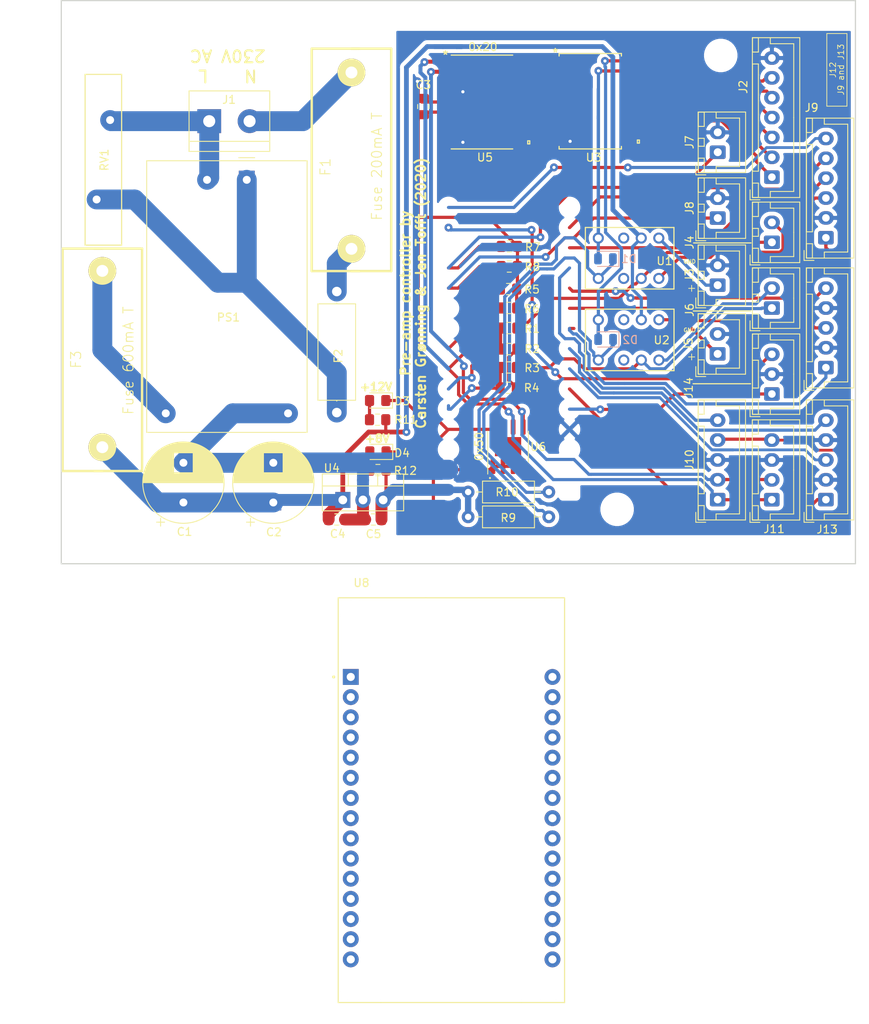
<source format=kicad_pcb>
(kicad_pcb (version 20211014) (generator pcbnew)
  (layers (0 "F.Cu" signal) (31 "B.Cu" signal) (34 "B.Paste" user) (35 "F.Paste" user) (36 "B.SilkS" user "B.Silkscreen") (37 "F.SilkS" user "F.Silkscreen") (38 "B.Mask" user) (39 "F.Mask" user) (44 "Edge.Cuts" user))
  (net 0 "")
  (net 1 "Net-(F1-Pad1)")
  (net 2 "Net-(F1-Pad2)")
  (net 3 "Net-(F3-Pad2)")
  (net 4 "GND")
  (net 6 "I2C:SCL")
  (net 7 "Net-(J5-Pad1)")
  (net 9 "Net-(J1-Pad1)")
  (net 10 "Net-(J2-Pad2)")
  (net 11 "Net-(J4-Pad2)")
  (net 12 "Net-(J4-Pad1)")
  (net 13 "Net-(J6-Pad2)")
  (net 14 "Net-(J6-Pad1)")
  (net 17 "L_MEASURE_ON_OFF")
  (net 18 "R_MEASURE_ON_OFF")
  (net 19 "+12V")
  (net 20 "+3V3")
  (net 21 "Net-(J2-Pad1)")
  (net 22 "Net-(J3-Pad1)")
  (net 23 "Net-(J13-Pad1)")
  (net 24 "Net-(J14-Pad1)")
  (net 25 "Net-(U3-Pad7)")
  (net 26 "Net-(U3-Pad2)")
  (net 27 "+8V")
  (net 28 "Net-(J2-Pad6)")
  (net 29 "Net-(J2-Pad5)")
  (net 30 "Net-(J2-Pad4)")
  (net 31 "Net-(J2-Pad3)")
  (net 32 "NTC_L")
  (net 33 "NTC_R")
  (net 34 "Net-(J9-Pad6)")
  (net 35 "Net-(J9-Pad4)")
  (net 36 "Net-(J9-Pad3)")
  (net 37 "Net-(J13-Pad5)")
  (net 38 "Net-(J13-Pad3)")
  (net 39 "Net-(U3-Pad8)")
  (net 40 "Net-(U3-Pad6)")
  (net 41 "Net-(U3-Pad5)")
  (net 42 "Net-(U3-Pad4)")
  (net 43 "Net-(U3-Pad3)")
  (net 44 "Net-(U3-Pad1)")
  (net 48 "Net-(D1-Pad2)")
  (net 49 "Net-(D1-Pad1)")
  (net 50 "Net-(D2-Pad2)")
  (net 51 "Net-(D2-Pad1)")
  (net 52 "Net-(D3-Pad2)")
  (net 53 "Net-(D4-Pad2)")
  (net 62 "Net-(U8-Pad22)")
  (net 63 "Net-(U8-Pad25)")
  (net 64 "Net-(U8-Pad24)")
  (net 65 "Net-(U8-Pad23)")
  (net 66 "I2C:SDA")
  (footprint "Capacitor_SMD:C_0805_2012Metric_Pad1.15x1.40mm_HandSolder" (layer "F.Cu") (at 138.675 82.85 90)
    (fp_text reference "C3")
    (fp_text value "0.1uF")
  )
  (footprint "B1 Mezmerize Controller:BLX-A" (layer "F.Cu") (at 129.63 89.56 -90)
    (fp_text reference "F1")
    (fp_text value "Fuse 200mA T")
  )
  (footprint "Resistor_THT:R_Axial_DIN0414_L11.9mm_D4.5mm_P15.24mm_Horizontal" (layer "F.Cu") (at 127.78 121.38 90)
    (fp_text reference "F2")
    (fp_text value "Thermal fuse 73dgr")
  )
  (footprint "Resistor_SMD:R_0805_2012Metric_Pad1.15x1.40mm_HandSolder" (layer "F.Cu") (at 149.41 105.83)
    (fp_text reference "R5")
    (fp_text value "4K7")
  )
  (footprint "Resistor_SMD:R_0805_2012Metric_Pad1.15x1.40mm_HandSolder" (layer "F.Cu") (at 149.41 108.21)
    (fp_text reference "R6")
    (fp_text value "4K7")
  )
  (footprint "Capacitor_SMD:C_0805_2012Metric_Pad1.15x1.40mm_HandSolder" (layer "F.Cu") (at 127.785 134.84)
    (fp_text reference "C4")
    (fp_text value "0.33uF")
  )
  (footprint "Capacitor_SMD:C_0805_2012Metric_Pad1.15x1.40mm_HandSolder" (layer "F.Cu") (at 132.385 134.84 180)
    (fp_text reference "C5")
    (fp_text value "0.1uF")
  )
  (footprint "Resistor_SMD:R_0805_2012Metric_Pad1.15x1.40mm_HandSolder" (layer "F.Cu") (at 149.51 100.46 180)
    (fp_text reference "R7")
    (fp_text value "10K")
  )
  (footprint "Resistor_SMD:R_0805_2012Metric_Pad1.15x1.40mm_HandSolder" (layer "F.Cu") (at 149.5 102.99)
    (fp_text reference "R8")
    (fp_text value "10K")
  )
  (footprint "Resistor_SMD:R_0805_2012Metric_Pad1.15x1.40mm_HandSolder" (layer "F.Cu") (at 149.38 115.7 180)
    (fp_text reference "R3")
    (fp_text value "10K")
  )
  (footprint "Resistor_SMD:R_0805_2012Metric_Pad1.15x1.40mm_HandSolder" (layer "F.Cu") (at 149.37 118.27)
    (fp_text reference "R4")
    (fp_text value "5K")
  )
  (footprint "ULN2803:ULN2803ADWR" (layer "F.Cu") (at 159.7 82.18)
    (fp_text reference "U3")
    (fp_text value "ULN2803ADWR")
  )
  (footprint "Package_TO_SOT_THT:TO-220-3_Vertical" (layer "F.Cu") (at 128.54 132.38)
    (fp_text reference "U4")
    (fp_text value "L7808CV")
  )
  (footprint "Package_SO:SOIC-8-1EP_3.9x4.9mm_P1.27mm_EP2.41x3.3mm" (layer "F.Cu") (at 149.35 125.67 90)
    (fp_text reference "U6")
    (fp_text value "24C02C_SN")
  )
  (footprint "Resistor_SMD:R_0805_2012Metric_Pad1.15x1.40mm_HandSolder" (layer "F.Cu") (at 149.43 110.74 180)
    (fp_text reference "R1")
    (fp_text value "10K")
  )
  (footprint "Resistor_SMD:R_0805_2012Metric_Pad1.15x1.40mm_HandSolder" (layer "F.Cu") (at 149.43 113.38)
    (fp_text reference "R2")
    (fp_text value "5K")
  )
  (footprint "AGQ20T03_footprint:AGQ20012" (layer "F.Cu") (at 168.61 99.41 90)
    (fp_text reference "U1")
    (fp_text value "AGQ20T03")
  )
  (footprint "AGQ20T03_footprint:AGQ20012" (layer "F.Cu") (at 168.62 109.69 90)
    (fp_text reference "U2")
    (fp_text value "AGQ20T03")
  )
  (footprint "Resistor_THT:R_Axial_DIN0207_L6.3mm_D2.5mm_P10.16mm_Horizontal" (layer "F.Cu") (at 144.32 134.51)
    (fp_text reference "R9")
    (fp_text value "R")
  )
  (footprint "Resistor_THT:R_Axial_DIN0207_L6.3mm_D2.5mm_P10.16mm_Horizontal" (layer "F.Cu") (at 144.32 131.38)
    (fp_text reference "R10")
    (fp_text value "R")
  )
  (footprint "MCP23008:MCP23008-E&slash_SO" (layer "F.Cu") (at 146.06 82.28)
    (fp_text reference "U5")
    (fp_text value "MCP23008-E_SO")
  )
  (footprint "MountingHole:MountingHole_3.2mm_M3_ISO7380" (layer "F.Cu") (at 163.08 133.56)
    (fp_text reference "REF**")
    (fp_text value "MountingHole_3.2mm_M3_ISO7380")
  )
  (footprint "MountingHole:MountingHole_3.2mm_M3_ISO7380" (layer "F.Cu") (at 176.13 76.42)
    (fp_text reference "REF**")
    (fp_text value "MountingHole_3.2mm_M3_ISO7380")
  )
  (footprint "Capacitor_THT:CP_Radial_D10.0mm_P5.00mm" (layer "F.Cu") (at 119.79 132.7 90)
    (fp_text reference "C2")
    (fp_text value "470uF")
  )
  (footprint "Varistor:RV_Disc_D21.5mm_W4.6mm_P10mm" (layer "F.Cu") (at 97.54 94.55 90)
    (fp_text reference "RV1")
    (fp_text value "Varistor")
  )
  (footprint "TerminalBlock:TerminalBlock_bornier-2_P5.08mm" (layer "F.Cu") (at 111.72 84.69)
    (fp_text reference "J1")
    (fp_text value "230 Vac")
  )
  (footprint "Capacitor_THT:CP_Radial_D10.0mm_P5.00mm" (layer "F.Cu") (at 108.47 132.7 90)
    (fp_text reference "C1")
    (fp_text value "470uF")
  )
  (footprint "Converter_ACDC:Converter_ACDC_HiLink_HLK-PMxx" (layer "F.Cu") (at 116.445 92.075 -90)
    (fp_text reference "PS1")
    (fp_text value "HLK-PM12")
  )
  (footprint "MountingHole:MountingHole_3.2mm_M3_ISO7380" (layer "F.Cu") (at 98.38 76.2)
    (fp_text reference "REF**")
    (fp_text value "MountingHole_3.2mm_M3_ISO7380")
  )
  (footprint "MountingHole:MountingHole_3.2mm_M3_ISO7380" (layer "F.Cu") (at 98.38 133.35)
    (fp_text reference "REF**")
    (fp_text value "MountingHole_3.2mm_M3_ISO7380")
  )
  (footprint "Connector_JST:JST_XH_B7B-XH-A_1x07_P2.50mm_Vertical" (layer "F.Cu") (at 182.57 91.74 90)
    (fp_text reference "J2")
    (fp_text value "B1 Relays")
  )
  (footprint "Connector_JST:JST_XH_B2B-XH-A_1x02_P2.50mm_Vertical" (layer "F.Cu") (at 175.74 105.34 90)
    (fp_text reference "J3")
    (fp_text value "PWR AMP L 12V TRIGGER")
  )
  (footprint "Connector_JST:JST_XH_B2B-XH-A_1x02_P2.50mm_Vertical" (layer "F.Cu") (at 182.57 99.94 90)
    (fp_text reference "J4")
    (fp_text value "PWR AMP L SWITCH")
  )
  (footprint "Connector_JST:JST_XH_B2B-XH-A_1x02_P2.50mm_Vertical" (layer "F.Cu") (at 175.74 113.99 90)
    (fp_text reference "J5")
    (fp_text value "PWR AMP R 12V TRIGGER")
  )
  (footprint "Connector_JST:JST_XH_B2B-XH-A_1x02_P2.50mm_Vertical" (layer "F.Cu") (at 182.57 108.22 90)
    (fp_text reference "J6")
    (fp_text value "PWR AMP R SWITCH")
  )
  (footprint "Connector_JST:JST_XH_B2B-XH-A_1x02_P2.50mm_Vertical" (layer "F.Cu") (at 175.75 88.6 90)
    (fp_text reference "J7")
    (fp_text value "PWR AMP TEMP NTC L")
  )
  (footprint "Connector_JST:JST_XH_B2B-XH-A_1x02_P2.50mm_Vertical" (layer "F.Cu") (at 175.75 96.89 90)
    (fp_text reference "J8")
    (fp_text value "PWR AMP TEMP NTC R")
  )
  (footprint "Connector_JST:JST_XH_B6B-XH-A_1x06_P2.50mm_Vertical" (layer "F.Cu") (at 189.37 99.37 90)
    (fp_text reference "J9")
    (fp_text value "MUSES 72320 (SPI)")
  )
  (footprint "Connector_JST:JST_XH_B5B-XH-A_1x05_P2.50mm_Vertical" (layer "F.Cu") (at 175.74 132.34 90)
    (fp_text reference "J10")
    (fp_text value "I2C DISPLAY (OLED/LCD)")
  )
  (footprint "Connector_JST:JST_XH_B4B-XH-A_1x04_P2.50mm_Vertical" (layer "F.Cu") (at 182.56 132.35 90)
    (fp_text reference "J11")
    (fp_text value "I2C (FUTURE USE)")
  )
  (footprint "Connector_JST:JST_XH_B5B-XH-A_1x05_P2.50mm_Vertical" (layer "F.Cu") (at 189.37 115.72 90)
    (fp_text reference "J12")
    (fp_text value "ROTARY ENC & SWITCH (FUTURE USE)")
  )
  (footprint "Connector_JST:JST_XH_B5B-XH-A_1x05_P2.50mm_Vertical" (layer "F.Cu") (at 189.37 132.34 90)
    (fp_text reference "J13")
    (fp_text value "ROTARY ENC & SWITCH")
  )
  (footprint "Connector_JST:JST_XH_B3B-XH-A_1x03_P2.50mm_Vertical" (layer "F.Cu") (at 182.57 119.04 90)
    (fp_text reference "J14")
    (fp_text value "IR RECV")
  )
  (footprint "B1 Mezmerize Controller:BLX-A" (layer "F.Cu") (at 98.26 114.74 90)
    (fp_text reference "F3")
    (fp_text value "Fuse 600mA T")
  )
  (footprint "LED_SMD:LED_0805_2012Metric_Pad1.15x1.40mm_HandSolder" (layer "F.Cu") (at 132.93 119.86 180)
    (fp_text reference "D3")
    (fp_text value "LED")
  )
  (footprint "LED_SMD:LED_0805_2012Metric_Pad1.15x1.40mm_HandSolder" (layer "F.Cu") (at 132.965 126.33 180)
    (fp_text reference "D4")
    (fp_text value "LED")
  )
  (footprint "Resistor_SMD:R_0805_2012Metric_Pad1.15x1.40mm_HandSolder" (layer "F.Cu") (at 132.925 122.28)
    (fp_text reference "R11")
    (fp_text value "4K7")
  )
  (footprint "Resistor_SMD:R_0805_2012Metric_Pad1.15x1.40mm_HandSolder" (layer "F.Cu") (at 132.96 128.62)
    (fp_text reference "R12")
    (fp_text value "4K7")
  )
  (footprint "Dev Kit 1 - esp32:MODULE_ESP32_DEVKIT_V1" (layer "F.Cu") (at 142.24 170.18)
    (fp_text reference "U8")
    (fp_text value "ESP32-DEVKIT-V1")
  )
  (footprint "Diode_SMD:D_0805_2012Metric" (layer "B.Cu") (at 161.61 102.02 180)
    (fp_text reference "D1")
    (fp_text value "CD4148W")
  )
  (footprint "Diode_SMD:D_0805_2012Metric" (layer "B.Cu") (at 161.63 112.17 180)
    (fp_text reference "D2")
    (fp_text value "CD4148W")
  )
  (gr_line (start 172.67 108.59) (end 179.9 108.59) (layer "F.SilkS") (width 0.15))
  (gr_line (start 172.65 117.75) (end 179.88 117.75) (layer "F.SilkS") (width 0.15))
  (gr_line (start 189.484 82.804) (end 189.484 73.66) (layer "F.SilkS") (width 0.1))
  (gr_line (start 192.024 82.804) (end 189.484 82.804) (layer "F.SilkS") (width 0.1))
  (gr_line (start 192.024 73.66) (end 192.024 82.804) (layer "F.SilkS") (width 0.1))
  (gr_line (start 172.71 100.02) (end 179.94 100.02) (layer "F.SilkS") (width 0.15))
  (gr_line (start 189.484 73.66) (end 192.024 73.66) (layer "F.SilkS") (width 0.1))
  (gr_line (start 93.09 140.41) (end 93.09 69.51) (layer "Edge.Cuts") (width 0.15))
  (gr_line (start 193.09 140.41) (end 93.09 140.41) (layer "Edge.Cuts") (width 0.15))
  (gr_line (start 93.09 69.51) (end 193.09 69.51) (layer "Edge.Cuts") (width 0.15))
  (gr_line (start 193.09 69.51) (end 193.09 140.41) (layer "Edge.Cuts") (width 0.15))
  (gr_text "0x50" (at 145.7 125.65 90) (layer "F.SilkS") (effects (font (size 1 1))))
  (gr_text "230V AC" (at 114.046 76.454 180) (layer "F.SilkS") (effects (font (size 1.5 1.5) (thickness 0.25))))
  (gr_text "+12V" (at 132.74 118.15) (layer "F.SilkS") (effects (font (size 1 1) (thickness 0.25))))
  (gr_text "+8V" (at 132.89 124.65) (layer "F.SilkS") (effects (font (size 1 1) (thickness 0.25))))
  (gr_text "+" (at 172.466 114.3) (layer "F.SilkS") (effects (font (size 1 1) (thickness 0.1))))
  (gr_text "GND" (at 172.212 110.998) (layer "F.SilkS") (effects (font (size 0.5 0.5) (thickness 0.1))))
  (gr_text "GND" (at 172.212 102.362) (layer "F.SilkS") (effects (font (size 0.5 0.5) (thickness 0.1))))
  (gr_text "N    L" (at 114.046 78.994 180) (layer "F.SilkS") (effects (font (size 1.5 1.5) (thickness 0.25))))
  (gr_text "+" (at 172.466 105.664) (layer "F.SilkS") (effects (font (size 1 1) (thickness 0.1))))
  (gr_text "J9 and J13" (at 191.262 78.2 90) (layer "F.SilkS") (effects (font (size 0.75 0.75) (thickness 0.1))))
  (gr_text "0x20" (at 146.18 75.35) (layer "F.SilkS") (effects (font (size 1 1))))
  (gr_text "." (at 147.07 129.21) (layer "F.SilkS") (effects (font (size 1 1))))
  (gr_text "Pre-amp controller by\nCarsten Grønning & Jan Tofft (2020)" (at 137.405 106.345 90) (layer "F.SilkS") (effects (font (size 1.2 1.2) (thickness 0.25))))
  (segment (start 157.09 110.79) (end 157.64 110.79) (width 0.4) (layer "F.Cu") (net 0))
  (segment (start 123.5018 84.69) (end 116.8 84.69) (width 2.5) (layer "B.Cu") (net 1))
  (segment (start 129.63 78.5618) (end 123.5018 84.69) (width 2.5) (layer "B.Cu") (net 1))
  (segment (start 117.295 105.88) (end 116.445 105.03) (width 1.5) (layer "B.Cu") (net 2))
  (segment (start 116.445 92.075) (end 116.445 105.03) (width 2.5) (layer "B.Cu") (net 2))
  (segment (start 116.445 95.53) (end 116.425 95.55) (width 1.5) (layer "B.Cu") (net 2))
  (segment (start 127.78 102.6114) (end 129.63 100.7614) (width 2.5) (layer "B.Cu") (net 2))
  (segment (start 127.78 106.14) (end 127.78 102.6114) (width 2.5) (layer "B.Cu") (net 2))
  (segment (start 112.805 105.03) (end 116.445 105.03) (width 2.5) (layer "B.Cu") (net 2))
  (segment (start 102.325 94.55) (end 112.805 105.03) (width 2.5) (layer "B.Cu") (net 2))
  (segment (start 127.78 121.38) (end 127.78 116.365) (width 2.5) (layer "B.Cu") (net 2))
  (segment (start 127.78 116.365) (end 116.755 105.34) (width 2.5) (layer "B.Cu") (net 2))
  (segment (start 116.755 105.34) (end 116.445 105.03) (width 2.5) (layer "B.Cu") (net 2))
  (segment (start 97.54 94.55) (end 102.325 94.55) (width 2.5) (layer "B.Cu") (net 2))
  (segment (start 98.26 103.5386) (end 98.26 113.49) (width 2.5) (layer "B.Cu") (net 3))
  (segment (start 98.26 113.49) (end 106.245 121.475) (width 2.5) (layer "B.Cu") (net 3))
  (segment (start 141.85 128.57) (end 147.02 128.57) (width 0.4) (layer "F.Cu") (net 4))
  (segment (start 149.42999 114.40501) (end 149.42999 117.30499) (width 0.4) (layer "F.Cu") (net 4))
  (segment (start 155.0137 87.26) (end 157.13 87.26) (width 0.4) (layer "F.Cu") (net 4))
  (segment (start 134.675 126.34) (end 136.67 126.34) (width 0.4) (layer "F.Cu") (net 4))
  (segment (start 148.715 122.296397) (end 148.715 123.195) (width 0.4) (layer "F.Cu") (net 4))
  (segment (start 150.455 113.38) (end 149.42999 114.40501) (width 0.4) (layer "F.Cu") (net 4))
  (segment (start 136.67 126.34) (end 138.48 124.53) (width 0.4) (layer "F.Cu") (net 4))
  (segment (start 138.04 79.785) (end 137.93 79.675) (width 0.4) (layer "F.Cu") (net 4))
  (segment (start 138.48 124.53) (end 138.48 122.05) (width 0.4) (layer "F.Cu") (net 4))
  (segment (start 136.29 119.86) (end 138.48 122.05) (width 0.4) (layer "F.Cu") (net 4))
  (segment (start 141.5388 82.28) (end 140.515 82.28) (width 0.4) (layer "F.Cu") (net 4))
  (segment (start 149.42999 117.30499) (end 149.771628 117.646628) (width 0.4) (layer "F.Cu") (net 4))
  (segment (start 157.13 87.26) (end 157.16 87.23) (width 0.4) (layer "F.Cu") (net 4))
  (segment (start 149.771628 117.646628) (end 150.395 118.27) (width 0.4) (layer "F.Cu") (net 4))
  (segment (start 138.04 81.825) (end 138.04 79.785) (width 0.4) (layer "F.Cu") (net 4))
  (segment (start 141.5388 81.01) (end 143.64 81.01) (width 0.4) (layer "F.Cu") (net 4))
  (segment (start 131.08 132.38) (end 131.08 134.56) (width 1.5) (layer "F.Cu") (net 4))
  (segment (start 141.5388 79.74) (end 141.5388 82.28) (width 0.4) (layer "F.Cu") (net 4))
  (segment (start 148.715 123.195) (end 148.715 128.145) (width 0.4) (layer "F.Cu") (net 4))
  (segment (start 147.445 128.145) (end 151.255 128.145) (width 0.4) (layer "F.Cu") (net 4))
  (segment (start 138.445 122.015) (end 138.48 122.05) (width 0.4) (layer "F.Cu") (net 4))
  (segment (start 147.02 128.57) (end 147.445 128.145) (width 0.4) (layer "F.Cu") (net 4))
  (segment (start 134.665 126.33) (end 134.675 126.34) (width 0.4) (layer "F.Cu") (net 4))
  (segment (start 134.255 126.265) (end 134.26 126.27) (width 0.4) (layer "F.Cu") (net 4))
  (segment (start 143.65 87.36) (end 143.66 87.35) (width 0.4) (layer "F.Cu") (net 4))
  (segment (start 128.81 134.84) (end 131.36 134.84) (width 1.5) (layer "F.Cu") (net 4))
  (segment (start 133.955 119.86) (end 136.29 119.86) (width 0.4) (layer "F.Cu") (net 4))
  (segment (start 138.495 82.28) (end 138.04 81.825) (width 0.4) (layer "F.Cu") (net 4))
  (segment (start 150.395 118.27) (end 151.87 118.27) (width 0.4) (layer "F.Cu") (net 4))
  (segment (start 143.64 81.01) (end 143.66 80.99) (width 0.4) (layer "F.Cu") (net 4))
  (segment (start 147.445 128.145) (end 148.715 128.145) (width 0.4) (layer "F.Cu") (net 4))
  (segment (start 151.87 118.27) (end 157.09 123.49) (width 0.4) (layer "F.Cu") (net 4))
  (segment (start 133.99 126.33) (end 134.665 126.33) (width 0.4) (layer "F.Cu") (net 4))
  (segment (start 141.5388 82.28) (end 138.495 82.28) (width 0.4) (layer "F.Cu") (net 4))
  (segment (start 141.5388 87.36) (end 143.65 87.36) (width 0.4) (layer "F.Cu") (net 4))
  (via (at 138.48 122.05) (size 1) (drill 0.4) (layers "F.Cu" "B.Cu") (net 4))
  (via (at 143.66 80.99) (size 1) (drill 0.4) (layers "F.Cu" "B.Cu") (net 4))
  (via (at 137.93 79.675) (size 1) (drill 0.4) (layers "F.Cu" "B.Cu") (net 4))
  (via (at 143.66 87.35) (size 1) (drill 0.4) (layers "F.Cu" "B.Cu") (net 4))
  (via (at 157.16 87.23) (size 1) (drill 0.4) (layers "F.Cu" "B.Cu") (net 4))
  (segment (start 138.8 128.57) (end 137.95 127.72) (width 2.5) (layer "B.Cu") (net 4))
  (segment (start 131.08 127.72) (end 137.95 127.72) (width 2.5) (layer "B.Cu") (net 4))
  (segment (start 141.85 128.57) (end 138.8 128.57) (width 2.5) (layer "B.Cu") (net 4))
  (segment (start 131.08 132.38) (end 131.08 129.88) (width 1.5) (layer "B.Cu") (net 4))
  (segment (start 131.07 127.66) (end 138.01 127.66) (width 2.5) (layer "B.Cu") (net 4))
  (segment (start 140.647919 128.57) (end 141.85 128.57) (width 1.5) (layer "B.Cu") (net 4))
  (segment (start 139.898919 127.821) (end 136.489 127.821) (width 1.5) (layer "B.Cu") (net 4))
  (segment (start 137.95 127.72) (end 138.01 127.66) (width 2.5) (layer "B.Cu") (net 4))
  (segment (start 137.97 127.7) (end 108.47 127.7) (width 2.5) (layer "B.Cu") (net 4))
  (segment (start 122.38 127.66) (end 131.07 127.66) (width 2.5) (layer "B.Cu") (net 4))
  (segment (start 118.99 127.72) (end 131.08 127.72) (width 2.5) (layer "B.Cu") (net 4))
  (segment (start 114.695 121.475) (end 114.69 121.48) (width 2.5) (layer "B.Cu") (net 4))
  (segment (start 138.01 127.66) (end 137.97 127.7) (width 2.5) (layer "B.Cu") (net 4))
  (segment (start 131.08 129.88) (end 131.08 127.72) (width 1.5) (layer "B.Cu") (net 4))
  (segment (start 137.93 79.675) (end 137.93 79.88) (width 0.6) (layer "B.Cu") (net 4))
  (segment (start 139.898919 127.821) (end 140.647919 128.57) (width 1.5) (layer "B.Cu") (net 4))
  (segment (start 108.47 127.7) (end 114.69 121.48) (width 2.5) (layer "B.Cu") (net 4))
  (segment (start 132.74 128.012) (end 132.249 127.521) (width 1.5) (layer "B.Cu") (net 4))
  (segment (start 121.645 121.475) (end 114.695 121.475) (width 2.5) (layer "B.Cu") (net 4))
  (segment (start 143.12 119.12) (end 144.300009 120.300009) (width 0.4) (layer "F.Cu") (net 6))
  (segment (start 146.995 109.595) (end 146.995 110.725) (width 0.4) (layer "F.Cu") (net 6))
  (segment (start 176.92 132.35) (end 182.56 132.35) (width 0.4) (layer "F.Cu") (net 6))
  (segment (start 145.86 111.86) (end 146.1 111.62) (width 0.4) (layer "F.Cu") (net 6))
  (segment (start 144.300009 120.300009) (end 148.450009 120.300009) (width 0.4) (layer "F.Cu") (net 6))
  (segment (start 141.85 115.87) (end 143.12 117.14) (width 0.4) (layer "F.Cu") (net 6))
  (segment (start 148.385 108.21) (end 147.761628 108.833372) (width 0.4) (layer "F.Cu") (net 6))
  (segment (start 141.99 115.73) (end 141.85 115.87) (width 0.4) (layer "F.Cu") (net 6))
  (segment (start 175.67 132.35) (end 176.92 132.35) (width 0.4) (layer "F.Cu") (net 6))
  (segment (start 149.985 121.835) (end 149.41 121.26) (width 0.4) (layer "F.Cu") (net 6))
  (segment (start 148.450009 120.300009) (end 149.41 121.26) (width 0.4) (layer "F.Cu") (net 6))
  (segment (start 149.985 123.195) (end 149.985 121.835) (width 0.4) (layer "F.Cu") (net 6))
  (segment (start 141.4988 77.24) (end 141.5388 77.2) (width 0.4) (layer "F.Cu") (net 6))
  (segment (start 143.12 117.14) (end 143.12 119.12) (width 0.4) (layer "F.Cu") (net 6))
  (segment (start 138.87 77.2) (end 138.82 77.25) (width 0.5) (layer "F.Cu") (net 6))
  (segment (start 141.5388 77.2) (end 138.87 77.2) (width 0.5) (layer "F.Cu") (net 6))
  (segment (start 147.761628 108.833372) (end 147.756628 108.833372) (width 0.4) (layer "F.Cu") (net 6))
  (segment (start 141.85 115.87) (end 145.86 111.86) (width 0.4) (layer "F.Cu") (net 6))
  (segment (start 146.995 110.725) (end 145.86 111.86) (width 0.4) (layer "F.Cu") (net 6))
  (segment (start 147.756628 108.833372) (end 146.995 109.595) (width 0.4) (layer "F.Cu") (net 6))
  (via (at 149.41 121.26) (size 1) (drill 0.4) (layers "F.Cu" "B.Cu") (net 6))
  (via (at 138.82 77.25) (size 1) (drill 0.4) (layers "F.Cu" "B.Cu") (net 6))
  (segment (start 149.41 121.26) (end 149.97 121.82) (width 0.4) (layer "B.Cu") (net 6))
  (segment (start 138.93999 112.95999) (end 141.000001 115.020001) (width 0.5) (layer "B.Cu") (net 6))
  (segment (start 174.841628 131.032251) (end 173.629378 129.820001) (width 0.4) (layer "B.Cu") (net 6))
  (segment (start 138.82 77.25) (end 138.320001 77.749999) (width 0.5) (layer "B.Cu") (net 6))
  (segment (start 149.97 121.82) (end 149.97 124.75) (width 0.4) (layer "B.Cu") (net 6))
  (segment (start 155.040001 129.820001) (end 173.629378 129.820001) (width 0.4) (layer "B.Cu") (net 6))
  (segment (start 149.97 124.75) (end 155.040001 129.820001) (width 0.4) (layer "B.Cu") (net 6))
  (segment (start 138.93999 79.195992) (end 138.93999 112.95999) (width 0.5) (layer "B.Cu") (net 6))
  (segment (start 175.049377 131.24) (end 175.049377 131.729377) (width 0.4) (layer "B.Cu") (net 6))
  (segment (start 138.320001 77.749999) (end 138.320001 78.576003) (width 0.5) (layer "B.Cu") (net 6))
  (segment (start 173.629378 129.820001) (end 175.049377 131.24) (width 0.4) (layer "B.Cu") (net 6))
  (segment (start 175.049377 131.729377) (end 175.67 132.35) (width 0.4) (layer "B.Cu") (net 6))
  (segment (start 138.320001 78.576003) (end 138.93999 79.195992) (width 0.5) (layer "B.Cu") (net 6))
  (segment (start 141.000001 115.020001) (end 141.85 115.87) (width 0.5) (layer "B.Cu") (net 6))
  (segment (start 171.36 109.69) (end 175.67 114) (width 0.4) (layer "F.Cu") (net 7))
  (segment (start 168.3406 109.69) (end 171.36 109.69) (width 0.4) (layer "F.Cu") (net 7))
  (segment (start 111.72 91.8) (end 111.445 92.075) (width 2.5) (layer "B.Cu") (net 9))
  (segment (start 111.72 84.69) (end 111.72 91.8) (width 2.5) (layer "B.Cu") (net 9))
  (segment (start 111.72 84.69) (end 99.38 84.69) (width 2.5) (layer "B.Cu") (net 9))
  (segment (start 99.38 84.69) (end 99.24 84.55) (width 2.5) (layer "B.Cu") (net 9))
  (segment (start 165.7769 84.72) (end 164.3863 84.72) (width 0.4) (layer "F.Cu") (net 10))
  (segment (start 182.57 89.24) (end 182.445 89.24) (width 0.4) (layer "F.Cu") (net 10))
  (segment (start 166.44689 84.05001) (end 165.7769 84.72) (width 0.4) (layer "F.Cu") (net 10))
  (segment (start 177.25501 84.05001) (end 166.44689 84.05001) (width 0.4) (layer "F.Cu") (net 10))
  (segment (start 182.445 89.24) (end 177.25501 84.05001) (width 0.4) (layer "F.Cu") (net 10))
  (segment (start 175.472209 101.19001) (end 183.589246 101.19001) (width 0.4) (layer "F.Cu") (net 11))
  (segment (start 183.97001 100.809246) (end 183.97001 98.69001) (width 0.4) (layer "F.Cu") (net 11))
  (segment (start 183.97001 98.69001) (end 182.72 97.44) (width 0.4) (layer "F.Cu") (net 11))
  (segment (start 183.589246 101.19001) (end 183.97001 100.809246) (width 0.4) (layer "F.Cu") (net 11))
  (segment (start 168.3306 104.49) (end 170.990582 101.830018) (width 0.4) (layer "F.Cu") (net 11))
  (segment (start 174.832201 101.830018) (end 175.472209 101.19001) (width 0.4) (layer "F.Cu") (net 11))
  (segment (start 170.990582 101.830018) (end 174.832201 101.830018) (width 0.4) (layer "F.Cu") (net 11))
  (segment (start 182.72 97.44) (end 182.57 97.44) (width 0.4) (layer "F.Cu") (net 11))
  (segment (start 179.25 99.94) (end 182.57 99.94) (width 0.4) (layer "F.Cu") (net 12))
  (segment (start 151.13 110.74) (end 150.455 110.74) (width 0.4) (layer "F.Cu") (net 12))
  (segment (start 166.1208 104.49) (end 165.422301 105.188499) (width 0.4) (layer "F.Cu") (net 12))
  (segment (start 165.422301 105.188499) (end 165.143502 105.188499) (width 0.4) (layer "F.Cu") (net 12))
  (segment (start 174.527789 101.230009) (end 175.817798 99.94) (width 0.4) (layer "F.Cu") (net 12))
  (segment (start 169.38079 101.23001) (end 174.527789 101.230009) (width 0.4) (layer "F.Cu") (net 12))
  (segment (start 165.143502 105.188499) (end 163.332002 106.999999) (width 0.4) (layer "F.Cu") (net 12))
  (segment (start 166.1208 104.49) (end 169.38079 101.23001) (width 0.4) (layer "F.Cu") (net 12))
  (segment (start 154.870001 106.999999) (end 151.13 110.74) (width 0.4) (layer "F.Cu") (net 12))
  (segment (start 163.332002 106.999999) (end 154.870001 106.999999) (width 0.4) (layer "F.Cu") (net 12))
  (segment (start 175.817798 99.94) (end 179.25 99.94) (width 0.4) (layer "F.Cu") (net 12))
  (segment (start 169.328428 114.77) (end 168.3406 114.77) (width 0.4) (layer "B.Cu") (net 13))
  (segment (start 176.41 107.688428) (end 180.561572 107.688428) (width 0.4) (layer "B.Cu") (net 13))
  (segment (start 169.328428 114.77) (end 176.41 107.688428) (width 0.4) (layer "B.Cu") (net 13))
  (segment (start 180.561572 107.688428) (end 182.57 105.68) (width 0.4) (layer "B.Cu") (net 13))
  (segment (start 158.938503 115.868501) (end 157.690001 114.619999) (width 0.4) (layer "F.Cu") (net 14))
  (segment (start 165.032299 115.868501) (end 158.938503 115.868501) (width 0.4) (layer "F.Cu") (net 14))
  (segment (start 154.37 115.73) (end 154.01 115.73) (width 0.4) (layer "F.Cu") (net 14))
  (segment (start 154.01 115.73) (end 150.175 115.73) (width 0.4) (layer "F.Cu") (net 14))
  (segment (start 150.405 115.7) (end 150.405 115.415) (width 0.4) (layer "F.Cu") (net 14))
  (segment (start 154.01 115.73) (end 154.537998 115.73) (width 0.4) (layer "F.Cu") (net 14))
  (segment (start 155.647999 114.619999) (end 154.537998 115.73) (width 0.4) (layer "F.Cu") (net 14))
  (segment (start 166.1308 114.77) (end 165.032299 115.868501) (width 0.4) (layer "F.Cu") (net 14))
  (segment (start 157.690001 114.619999) (end 155.647999 114.619999) (width 0.4) (layer "F.Cu") (net 14))
  (segment (start 181.251562 108.288438) (end 176.658532 108.288438) (width 0.4) (layer "B.Cu") (net 14))
  (segment (start 166.829299 115.468499) (end 166.1308 114.77) (width 0.4) (layer "B.Cu") (net 14))
  (segment (start 176.658532 108.288438) (end 169.078469 115.868501) (width 0.4) (layer "B.Cu") (net 14))
  (segment (start 169.078469 115.868501) (end 167.229301 115.868501) (width 0.4) (layer "B.Cu") (net 14))
  (segment (start 167.229301 115.868501) (end 166.829299 115.468499) (width 0.4) (layer "B.Cu") (net 14))
  (segment (start 181.32 108.22) (end 181.251562 108.288438) (width 0.4) (layer "B.Cu") (net 14))
  (segment (start 182.57 108.22) (end 181.32 108.22) (width 0.4) (layer "B.Cu") (net 14))
  (segment (start 146.91 113.38) (end 144.945 115.345) (width 0.4) (layer "F.Cu") (net 17))
  (segment (start 148.405 113.38) (end 146.91 113.38) (width 0.4) (layer "F.Cu") (net 17))
  (segment (start 144.945 115.345) (end 144.935 115.345) (width 0.4) (layer "F.Cu") (net 17))
  (segment (start 144.79 117) (end 144.79 115.5) (width 0.4) (layer "F.Cu") (net 17))
  (segment (start 148.325 113.3) (end 148.405 113.38) (width 0.4) (layer "F.Cu") (net 17))
  (segment (start 144.79 115.5) (end 146.91 113.38) (width 0.4) (layer "F.Cu") (net 17))
  (segment (start 148.405 113.38) (end 148.405 110.74) (width 0.4) (layer "F.Cu") (net 17))
  (via (at 144.78 117) (size 1) (drill 0.4) (layers "F.Cu" "B.Cu") (net 17))
  (segment (start 143.02 117.24) (end 141.85 118.41) (width 0.4) (layer "B.Cu") (net 17))
  (segment (start 143.26 117) (end 141.85 118.41) (width 0.4) (layer "B.Cu") (net 17))
  (segment (start 144.79 117) (end 143.26 117) (width 0.4) (layer "B.Cu") (net 17))
  (segment (start 148.355 115.7) (end 148.355 118.26) (width 0.4) (layer "F.Cu") (net 18))
  (segment (start 148.315 118.3) (end 148.345 118.27) (width 0.4) (layer "F.Cu") (net 18))
  (segment (start 148.355 118.26) (end 148.345 118.27) (width 0.4) (layer "F.Cu") (net 18))
  (segment (start 144.78 118.3) (end 148.315 118.3) (width 0.4) (layer "F.Cu") (net 18))
  (segment (start 148.345 115.71) (end 148.355 115.7) (width 0.4) (layer "F.Cu") (net 18))
  (via (at 144.78 118.3) (size 1) (drill 0.4) (layers "F.Cu" "B.Cu") (net 18))
  (segment (start 142.13 120.95) (end 141.85 120.95) (width 0.4) (layer "B.Cu") (net 18))
  (segment (start 141.85 120.51) (end 141.85 120.95) (width 0.4) (layer "B.Cu") (net 18))
  (segment (start 144.78 118.3) (end 142.13 120.95) (width 0.4) (layer "B.Cu") (net 18))
  (segment (start 126.76 134.16) (end 126.76 134.84) (width 1.5) (layer "F.Cu") (net 19))
  (segment (start 128.2 132.72) (end 128.54 132.38) (width 1.5) (layer "F.Cu") (net 19))
  (segment (start 136.55 123.83) (end 134.08 123.83) (width 0.6) (layer "F.Cu") (net 19))
  (segment (start 133.95 122.28) (end 133.95 123.7) (width 0.4) (layer "F.Cu") (net 19))
  (segment (start 133.95 123.7) (end 134.08 123.83) (width 0.4) (layer "F.Cu") (net 19))
  (segment (start 128.54 132.38) (end 126.76 134.16) (width 1.5) (layer "F.Cu") (net 19))
  (segment (start 128.54 127.082926) (end 128.54 132.38) (width 0.6) (layer "F.Cu") (net 19))
  (segment (start 131.792926 123.83) (end 128.54 127.082926) (width 0.6) (layer "F.Cu") (net 19))
  (segment (start 134.08 123.83) (end 131.792926 123.83) (width 0.6) (layer "F.Cu") (net 19))
  (via (at 136.55 123.83) (size 1) (drill 0.4) (layers "F.Cu" "B.Cu") (net 19))
  (segment (start 136.55 77.94) (end 136.55 123.83) (width 0.6) (layer "B.Cu") (net 19))
  (segment (start 141.14 75.3) (end 143.52 75.3) (width 0.6) (layer "B.Cu") (net 19))
  (segment (start 105.2418 132.7) (end 119.79 132.7) (width 2.5) (layer "B.Cu") (net 19))
  (segment (start 140.089998 75.3) (end 141.14 75.3) (width 0.6) (layer "B.Cu") (net 19))
  (segment (start 136.54 77.93) (end 136.55 77.94) (width 0.6) (layer "B.Cu") (net 19))
  (segment (start 165.009501 105.857499) (end 166.1308 106.978798) (width 0.4) (layer "B.Cu") (net 19))
  (segment (start 143.52 75.3) (end 142.88 75.3) (width 0.6) (layer "B.Cu") (net 19))
  (segment (start 128.54 132.38) (end 120.11 132.38) (width 1.5) (layer "B.Cu") (net 19))
  (segment (start 166.1208 99.41) (end 164.922299 98.211499) (width 0.6) (layer "B.Cu") (net 19))
  (segment (start 98.26 125.7382) (end 105.2318 132.71) (width 2.5) (layer "B.Cu") (net 19))
  (segment (start 120.11 132.38) (end 119.79 132.7) (width 1.5) (layer "B.Cu") (net 19))
  (segment (start 166.1308 106.978798) (end 166.1308 108.702172) (width 0.4) (layer "B.Cu") (net 19))
  (segment (start 165.009501 100.521299) (end 165.009501 105.857499) (width 0.4) (layer "B.Cu") (net 19))
  (segment (start 164.911501 98.211499) (end 162.550001 95.849999) (width 0.6) (layer "B.Cu") (net 19))
  (segment (start 142.88 75.3) (end 139.17 75.3) (width 0.6) (layer "B.Cu") (net 19))
  (segment (start 139.17 75.3) (end 136.54 77.93) (width 0.6) (layer "B.Cu") (net 19))
  (segment (start 105.2318 132.71) (end 105.2418 132.7) (width 2.5) (layer "B.Cu") (net 19))
  (segment (start 166.1208 99.41) (end 165.009501 100.521299) (width 0.4) (layer "B.Cu") (net 19))
  (segment (start 142.88 75.3) (end 161.220002 75.3) (width 0.6) (layer "B.Cu") (net 19))
  (segment (start 162.550001 76.629999) (end 162.550001 95.849999) (width 0.6) (layer "B.Cu") (net 19))
  (segment (start 164.922299 98.211499) (end 164.911501 98.211499) (width 0.6) (layer "B.Cu") (net 19))
  (segment (start 166.1308 108.702172) (end 166.1308 109.69) (width 0.4) (layer "B.Cu") (net 19))
  (segment (start 161.220002 75.3) (end 162.550001 76.629999) (width 0.6) (layer "B.Cu") (net 19))
  (segment (start 182.56 124.73) (end 175.67 124.73) (width 0.4) (layer "F.Cu") (net 20))
  (segment (start 182.445 114.04) (end 182.57 114.04) (width 0.4) (layer "F.Cu") (net 20))
  (segment (start 138.04 96.96) (end 138.199999 96.800001) (width 0.4) (layer "F.Cu") (net 20))
  (segment (start 138.04 96.96) (end 138.04 84.55) (width 0.4) (layer "F.Cu") (net 20))
  (segment (start 189.37 100.62) (end 191.5 102.75) (width 0.4) (layer "F.Cu") (net 20))
  (segment (start 138.365 83.55) (end 138.04 83.875) (width 0.4) (layer "F.Cu") (net 20))
  (segment (start 141.691456 123.49) (end 138.04 119.838544) (width 0.4) (layer "F.Cu") (net 20))
  (segment (start 138.04 84.55) (end 138.04 83.875) (width 0.4) (layer "F.Cu") (net 20))
  (segment (start 150.535 100.46) (end 149.415001 99.340001) (width 0.4) (layer "F.Cu") (net 20))
  (segment (start 149.29 77.2) (end 142.94 83.55) (width 0.4) (layer "F.Cu") (net 20))
  (segment (start 189.37 100.450002) (end 189.37 100.32) (width 0.4) (layer "F.Cu") (net 20))
  (segment (start 141.85 123.49) (end 147.15 123.49) (width 0.4) (layer "F.Cu") (net 20))
  (segment (start 141.5388 83.55) (end 138.365 83.55) (width 0.4) (layer "F.Cu") (net 20))
  (segment (start 150.435 105.83) (end 150.435 108.21) (width 0.4) (layer "F.Cu") (net 20))
  (segment (start 139.945 125.395) (end 141.85 123.49) (width 0.4) (layer "F.Cu") (net 20))
  (segment (start 182.56 124.85) (end 186.78 124.85) (width 0.35) (layer "F.Cu") (net 20))
  (segment (start 156.120001 117.120001) (end 179.364999 117.120001) (width 0.4) (layer "F.Cu") (net 20))
  (segment (start 152.38 98.46) (end 152.3 98.38) (width 0.4) (layer "F.Cu") (net 20))
  (segment (start 146.875001 96.800001) (end 149.911628 99.836628) (width 0.4) (layer "F.Cu") (net 20))
  (segment (start 150.5812 77.2) (end 149.29 77.2) (width 0.4) (layer "F.Cu") (net 20))
  (segment (start 191.5 126.07) (end 191.5 133.50002) (width 0.4) (layer "F.Cu") (net 20))
  (segment (start 147.15 123.49) (end 147.445 123.195) (width 0.4) (layer "F.Cu") (net 20))
  (segment (start 191.48 126.09) (end 191.5 126.07) (width 0.4) (layer "F.Cu") (net 20))
  (segment (start 150.525 105.74) (end 150.435 105.83) (width 0.4) (layer "F.Cu") (net 20))
  (segment (start 189.37 100.32) (end 189.37 99.37) (width 0.4) (layer "F.Cu") (net 20))
  (segment (start 179.364999 117.120001) (end 182.445 114.04) (width 0.4) (layer "F.Cu") (net 20))
  (segment (start 152.38 107.81) (end 152.38 98.46) (width 0.4) (layer "F.Cu") (net 20))
  (segment (start 150.535 102.98) (end 150.525 102.99) (width 0.4) (layer "F.Cu") (net 20))
  (segment (start 141.48001 135.99001) (end 139.945 134.455) (width 0.4) (layer "F.Cu") (net 20))
  (segment (start 141.5388 83.55) (end 142.94 83.55) (width 0.4) (layer "F.Cu") (net 20))
  (segment (start 138.04 99.22) (end 138.04 96.96) (width 0.4) (layer "F.Cu") (net 20))
  (segment (start 191.5 102.75) (end 191.5 126.07) (width 0.4) (layer "F.Cu") (net 20))
  (segment (start 149.911628 99.836628) (end 150.535 100.46) (width 0.4) (layer "F.Cu") (net 20))
  (segment (start 150.525 102.99) (end 150.525 105.74) (width 0.4) (layer "F.Cu") (net 20))
  (segment (start 138.04 119.838544) (end 138.04 99.22) (width 0.4) (layer "F.Cu") (net 20))
  (segment (start 141.85 123.49) (end 141.691456 123.49) (width 0.4) (layer "F.Cu") (net 20))
  (segment (start 138.160001 99.340001) (end 138.04 99.22) (width 0.4) (layer "F.Cu") (net 20))
  (segment (start 156.120001 117.120001) (end 155.3 116.3) (width 0.4) (layer "F.Cu") (net 20))
  (segment (start 191.5 133.50002) (end 189.01001 135.99001) (width 0.4) (layer "F.Cu") (net 20))
  (segment (start 138.199999 96.800001) (end 146.875001 96.800001) (width 0.4) (layer "F.Cu") (net 20))
  (segment (start 186.78 124.85) (end 188.04499 126.11499) (width 0.35) (layer "F.Cu") (net 20))
  (segment (start 191.45501 126.11499) (end 191.5 126.07) (width 0.35) (layer "F.Cu") (net 20))
  (segment (start 189.37 99.37) (end 189.37 100.62) (width 0.4) (layer "F.Cu") (net 20))
  (segment (start 188.04499 126.11499) (end 191.45501 126.11499) (width 0.35) (layer "F.Cu") (net 20))
  (segment (start 150.535 100.46) (end 150.535 102.98) (width 0.4) (layer "F.Cu") (net 20))
  (segment (start 139.945 134.455) (end 139.945 125.395) (width 0.4) (layer "F.Cu") (net 20))
  (segment (start 189.01001 135.99001) (end 141.48001 135.99001) (width 0.4) (layer "F.Cu") (net 20))
  (via (at 152.38 107.81) (size 1) (drill 0.4) (layers "F.Cu" "B.Cu") (net 20))
  (via (at 141.85 98.09) (size 1) (drill 0.4) (layers "F.Cu" "B.Cu") (net 20))
  (via (at 155.3 116.3) (size 1) (drill 0.4) (layers "F.Cu" "B.Cu") (net 20))
  (via (at 152.3 98.38) (size 1) (drill 0.4) (layers "F.Cu" "B.Cu") (net 20))
  (segment (start 141.85 98.09) (end 142.139999 98.379999) (width 0.4) (layer "B.Cu") (net 20))
  (segment (start 142.14 98.38) (end 141.85 98.09) (width 0.4) (layer "B.Cu") (net 20))
  (segment (start 152.3 98.38) (end 142.14 98.38) (width 0.4) (layer "B.Cu") (net 20))
  (segment (start 152.38 107.81) (end 152.38 113.38) (width 0.4) (layer "B.Cu") (net 20))
  (segment (start 152.38 113.38) (end 155.3 116.3) (width 0.4) (layer "B.Cu") (net 20))
  (segment (start 180.59498 89.76498) (end 180.59498 89.027199) (width 0.4) (layer "F.Cu") (net 21))
  (segment (start 164.3863 85.99) (end 165.7769 85.99) (width 0.4) (layer "F.Cu") (net 21))
  (segment (start 165.7769 85.99) (end 167.11688 84.65002) (width 0.4) (layer "F.Cu") (net 21))
  (segment (start 182.57 91.74) (end 180.59498 89.76498) (width 0.4) (layer "F.Cu") (net 21))
  (segment (start 180.59498 89.027199) (end 176.217801 84.65002) (width 0.4) (layer "F.Cu") (net 21))
  (segment (start 176.217801 84.65002) (end 167.11688 84.65002) (width 0.4) (layer "F.Cu") (net 21))
  (segment (start 168.3306 99.41) (end 174.2606 105.34) (width 0.4) (layer "B.Cu") (net 22))
  (segment (start 174.2606 105.34) (end 175.74 105.34) (width 0.4) (layer "B.Cu") (net 22))
  (segment (start 157.939999 119.259999) (end 157.09 118.41) (width 0.4) (layer "F.Cu") (net 23))
  (segment (start 189.37 132.34) (end 188.295 132.34) (width 0.4) (layer "F.Cu") (net 23))
  (segment (start 157.09 118.41) (end 160.9 122.22) (width 0.4) (layer "F.Cu") (net 23))
  (segment (start 186.104999 134.530001) (end 173.210001 134.530001) (width 0.4) (layer "F.Cu") (net 23))
  (segment (start 188.295 132.34) (end 186.104999 134.530001) (width 0.4) (layer "F.Cu") (net 23))
  (segment (start 173.210001 134.530001) (end 157.939999 119.259999) (width 0.4) (layer "F.Cu") (net 23))
  (segment (start 182.57 119.04) (end 170.34 119.04) (width 0.4) (layer "F.Cu") (net 24))
  (segment (start 160.95 120.98) (end 168.4 120.98) (width 0.4) (layer "F.Cu") (net 24))
  (segment (start 170.34 119.04) (end 168.4 120.98) (width 0.4) (layer "F.Cu") (net 24))
  (via (at 160.95 120.98) (size 1) (drill 0.4) (layers "F.Cu" "B.Cu") (net 24))
  (segment (start 160.92 120.95) (end 160.95 120.98) (width 0.4) (layer "B.Cu") (net 24))
  (segment (start 157.09 120.95) (end 160.92 120.95) (width 0.4) (layer "B.Cu") (net 24))
  (segment (start 151.9718 86.09) (end 150.5812 86.09) (width 0.4) (layer "F.Cu") (net 25))
  (segment (start 155.0137 84.72) (end 153.6231 84.72) (width 0.4) (layer "F.Cu") (net 25))
  (segment (start 153.6231 84.72) (end 152.2531 86.09) (width 0.4) (layer "F.Cu") (net 25))
  (segment (start 152.2531 86.09) (end 151.9718 86.09) (width 0.4) (layer "F.Cu") (net 25))
  (segment (start 153.6231 78.37) (end 152.2531 79.74) (width 0.4) (layer "F.Cu") (net 26))
  (segment (start 152.2531 79.74) (end 151.9718 79.74) (width 0.4) (layer "F.Cu") (net 26))
  (segment (start 151.9718 79.74) (end 150.5812 79.74) (width 0.4) (layer "F.Cu") (net 26))
  (segment (start 155.0137 78.37) (end 153.6231 78.37) (width 0.4) (layer "F.Cu") (net 26))
  (segment (start 133.41 132.59) (end 133.62 132.38) (width 1.5) (layer "F.Cu") (net 27))
  (segment (start 133.985 132.015) (end 133.62 132.38) (width 0.4) (layer "F.Cu") (net 27))
  (segment (start 133.985 128.62) (end 133.985 132.015) (width 0.4) (layer "F.Cu") (net 27))
  (segment (start 133.41 134.84) (end 133.41 132.59) (width 1.5) (layer "F.Cu") (net 27))
  (segment (start 133.65 132.38) (end 134.92 131.11) (width 1.5) (layer "B.Cu") (net 27))
  (segment (start 144.32 131.38) (end 144.32 134.51) (width 0.8) (layer "B.Cu") (net 27))
  (segment (start 134.92 131.11) (end 141.85 131.11) (width 1.5) (layer "B.Cu") (net 27))
  (segment (start 144.09 134.44) (end 144.04 134.49) (width 0.8) (layer "B.Cu") (net 27))
  (segment (start 133.62 132.38) (end 133.65 132.38) (width 1.5) (layer "B.Cu") (net 27))
  (segment (start 141.85 131.11) (end 143.12 131.11) (width 0.8) (layer "B.Cu") (net 27))
  (segment (start 141.85 131.11) (end 143.78 131.11) (width 0.8) (layer "B.Cu") (net 27))
  (segment (start 143.78 131.11) (end 144.09 131.42) (width 0.8) (layer "B.Cu") (net 27))
  (segment (start 182.57 79.24) (end 181.84 79.24) (width 0.4) (layer "F.Cu") (net 28))
  (segment (start 181.84 79.24) (end 181.44 79.64) (width 0.4) (layer "F.Cu") (net 28))
  (segment (start 164.3863 79.64) (end 181.44 79.64) (width 0.4) (layer "F.Cu") (net 28))
  (segment (start 164.3863 80.91) (end 181.90001 80.91) (width 0.4) (layer "F.Cu") (net 29))
  (segment (start 181.90001 80.91) (end 182.57 81.57999) (width 0.4) (layer "F.Cu") (net 29))
  (segment (start 181.195 82.99) (end 182.445 84.24) (width 0.4) (layer "F.Cu") (net 30))
  (segment (start 181.195 82.865) (end 181.195 82.99) (width 0.4) (layer "F.Cu") (net 30))
  (segment (start 180.51 82.18) (end 181.195 82.865) (width 0.4) (layer "F.Cu") (net 30))
  (segment (start 182.445 84.24) (end 182.57 84.24) (width 0.4) (layer "F.Cu") (net 30))
  (segment (start 164.3863 82.18) (end 180.51 82.18) (width 0.4) (layer "F.Cu") (net 30))
  (segment (start 182.445 86.74) (end 179.155 83.45) (width 0.4) (layer "F.Cu") (net 31))
  (segment (start 179.155 83.45) (end 165.7769 83.45) (width 0.4) (layer "F.Cu") (net 31))
  (segment (start 165.7769 83.45) (end 164.3863 83.45) (width 0.4) (layer "F.Cu") (net 31))
  (segment (start 182.57 86.74) (end 182.445 86.74) (width 0.4) (layer "F.Cu") (net 31))
  (segment (start 143.052081 103.17) (end 145.732081 100.49) (width 0.4) (layer "F.Cu") (net 32))
  (segment (start 148.485 100.46) (end 145.762081 100.46) (width 0.4) (layer "F.Cu") (net 32))
  (segment (start 153.42 97.369998) (end 157.760008 93.02999) (width 0.4) (layer "F.Cu") (net 32))
  (segment (start 153.42 99.3) (end 153.42 97.369998) (width 0.4) (layer "F.Cu") (net 32))
  (segment (start 145.732081 100.49) (end 146.79 100.49) (width 0.4) (layer "F.Cu") (net 32))
  (segment (start 146.79 100.49) (end 147.58 100.49) (width 0.4) (layer "F.Cu") (net 32))
  (segment (start 157.760008 93.02999) (end 171.32001 93.02999) (width 0.4) (layer "F.Cu") (net 32))
  (segment (start 146.82 100.46) (end 146.79 100.49) (width 0.4) (layer "F.Cu") (net 32))
  (segment (start 148.485 100.46) (end 146.82 100.46) (width 0.4) (layer "F.Cu") (net 32))
  (segment (start 145.762081 100.46) (end 143.052081 103.17) (width 0.4) (layer "F.Cu") (net 32))
  (segment (start 145.732081 100.49) (end 145.762081 100.46) (width 0.4) (layer "F.Cu") (net 32))
  (segment (start 171.32001 93.02999) (end 175.75 88.6) (width 0.4) (layer "F.Cu") (net 32))
  (segment (start 148.465 100.48) (end 148.485 100.46) (width 0.4) (layer "F.Cu") (net 32))
  (segment (start 143.052081 103.17) (end 141.85 103.17) (width 0.4) (layer "F.Cu") (net 32))
  (segment (start 147.81 100.46) (end 148.485 100.46) (width 0.4) (layer "F.Cu") (net 32))
  (segment (start 148.471 100.474) (end 148.485 100.46) (width 0.4) (layer "F.Cu") (net 32))
  (via (at 153.42 99.3) (size 1) (drill 0.4) (layers "F.Cu" "B.Cu") (net 32))
  (segment (start 153.42 99.3) (end 145.72 99.3) (width 0.4) (layer "B.Cu") (net 32))
  (segment (start 145.72 99.3) (end 141.85 103.17) (width 0.4) (layer "B.Cu") (net 32))
  (segment (start 145.772081 102.99) (end 147.8 102.99) (width 0.4) (layer "F.Cu") (net 33))
  (segment (start 147.8 102.99) (end 148.475 102.99) (width 0.4) (layer "F.Cu") (net 33))
  (segment (start 180.300739 92.459261) (end 180.579261 92.459261) (width 0.4) (layer "F.Cu") (net 33))
  (segment (start 171.89 93.63) (end 173.060739 92.459261) (width 0.4) (layer "F.Cu") (net 33))
  (segment (start 141.85 105.71) (end 143.052081 105.71) (width 0.4) (layer "F.Cu") (net 33))
  (segment (start 143.052081 105.71) (end 145.772081 102.99) (width 0.4) (layer "F.Cu") (net 33))
  (segment (start 156.489999 99.379999) (end 157.640001 99.379999) (width 0.4) (layer "F.Cu") (net 33))
  (segment (start 182.72 93.25) (end 185.33 93.25) (width 0.4) (layer "F.Cu") (net 33))
  (segment (start 154.08 101.789998) (end 156.489999 99.379999) (width 0.4) (layer "F.Cu") (net 33))
  (segment (start 182.3 93.25) (end 182.72 93.25) (width 0.4) (layer "F.Cu") (net 33))
  (segment (start 157.640001 99.379999) (end 160.13 96.89) (width 0.4) (layer "F.Cu") (net 33))
  (segment (start 160.13 96.89) (end 175.75 96.89) (width 0.4) (layer "F.Cu") (net 33))
  (segment (start 173.060739 92.459261) (end 180.300739 92.459261) (width 0.4) (layer "F.Cu") (net 33))
  (segment (start 180.579261 92.459261) (end 181.37 93.25) (width 0.4) (layer "F.Cu") (net 33))
  (segment (start 185.33 93.25) (end 189.37 89.21) (width 0.4) (layer "F.Cu") (net 33))
  (segment (start 181.835744 93.25) (end 182.3 93.25) (width 0.4) (layer "F.Cu") (net 33))
  (segment (start 148.445 103.02) (end 148.475 102.99) (width 0.4) (layer "F.Cu") (net 33))
  (segment (start 183.304256 93.25) (end 182.72 93.25) (width 0.4) (layer "F.Cu") (net 33))
  (segment (start 181.37 93.25) (end 185.33 93.25) (width 0.4) (layer "F.Cu") (net 33))
  (via (at 154.08 101.789998) (size 1) (drill 0.4) (layers "F.Cu" "B.Cu") (net 33))
  (segment (start 142.709999 104.860001) (end 145.780002 101.789998) (width 0.4) (layer "B.Cu") (net 33))
  (segment (start 142.699999 104.860001) (end 142.709999 104.860001) (width 0.4) (layer "B.Cu") (net 33))
  (segment (start 145.780002 101.789998) (end 154.08 101.789998) (width 0.4) (layer "B.Cu") (net 33))
  (segment (start 141.85 105.71) (end 142.699999 104.860001) (width 0.4) (layer "B.Cu") (net 33))
  (segment (start 164.43 90.52) (end 155.14 90.52) (width 0.4) (layer "F.Cu") (net 34))
  (segment (start 155.14 90.52) (end 155.13 90.51) (width 0.4) (layer "F.Cu") (net 34))
  (via (at 155.13 90.51) (size 1) (drill 0.4) (layers "F.Cu" "B.Cu") (net 34))
  (via (at 164.43 90.52) (size 1) (drill 0.4) (layers "F.Cu" "B.Cu") (net 34))
  (segment (start 186.90001 88.01499) (end 181.902229 88.01499) (width 0.35) (layer "B.Cu") (net 34))
  (segment (start 155.13 90.51) (end 150.09 95.55) (width 0.4) (layer "B.Cu") (net 34))
  (segment (start 181.902229 88.01499) (end 179.397219 90.52) (width 0.35) (layer "B.Cu") (net 34))
  (segment (start 189.37 86.87) (end 188.045 86.87) (width 0.35) (layer "B.Cu") (net 34))
  (segment (start 188.045 86.87) (end 186.90001 88.01499) (width 0.35) (layer "B.Cu") (net 34))
  (segment (start 164.43 90.52) (end 179.397219 90.52) (width 0.4) (layer "B.Cu") (net 34))
  (segment (start 150.09 95.55) (end 141.85 95.55) (width 0.4) (layer "B.Cu") (net 34))
  (segment (start 180.130729 93.059271) (end 180.921468 93.85001) (width 0.4) (layer "F.Cu") (net 35))
  (segment (start 172.138532 94.23001) (end 173.309271 93.059271) (width 0.4) (layer "F.Cu") (net 35))
  (segment (start 157.09 98.09) (end 160.94999 94.23001) (width 0.4) (layer "F.Cu") (net 35))
  (segment (start 180.921468 93.85001) (end 187.26499 93.85001) (width 0.4) (layer "F.Cu") (net 35))
  (segment (start 173.309271 93.059271) (end 180.130729 93.059271) (width 0.4) (layer "F.Cu") (net 35))
  (segment (start 158.310001 96.869999) (end 157.09 98.09) (width 0.4) (layer "F.Cu") (net 35))
  (segment (start 160.94999 94.23001) (end 172.138532 94.23001) (width 0.4) (layer "F.Cu") (net 35))
  (segment (start 189.245 91.87) (end 189.37 91.87) (width 0.4) (layer "F.Cu") (net 35))
  (segment (start 187.26499 93.85001) (end 189.245 91.87) (width 0.4) (layer "F.Cu") (net 35))
  (segment (start 189.37 91.87) (end 189.37 91.72) (width 0.4) (layer "B.Cu") (net 35))
  (segment (start 187.995 94.37) (end 189.37 94.37) (width 0.4) (layer "F.Cu") (net 36))
  (segment (start 157.09 100.63) (end 174.279256 100.63) (width 0.4) (layer "F.Cu") (net 36))
  (segment (start 174.279256 100.63) (end 179.309256 95.6) (width 0.4) (layer "F.Cu") (net 36))
  (segment (start 179.309256 95.6) (end 186.765 95.6) (width 0.4) (layer "F.Cu") (net 36))
  (segment (start 186.765 95.6) (end 187.995 94.37) (width 0.4) (layer "F.Cu") (net 36))
  (segment (start 158.340001 114.580001) (end 158.340001 116.271459) (width 0.4) (layer "B.Cu") (net 37))
  (segment (start 157.09 113.33) (end 158.340001 114.580001) (width 0.4) (layer "B.Cu") (net 37))
  (segment (start 162.669992 118.90999) (end 168.685751 118.909991) (width 0.4) (layer "B.Cu") (net 37))
  (segment (start 157.939999 114.179999) (end 157.09 113.33) (width 0.4) (layer "B.Cu") (net 37))
  (segment (start 160.978532 118.90999) (end 162.66999 118.90999) (width 0.4) (layer "B.Cu") (net 37))
  (segment (start 158.340001 116.271459) (end 160.978532 118.90999) (width 0.4) (layer "B.Cu") (net 37))
  (segment (start 168.685751 118.909991) (end 173.36576 123.59) (width 0.4) (layer "B.Cu") (net 37))
  (segment (start 187.995 123.59) (end 189.245 122.34) (width 0.4) (layer "B.Cu") (net 37))
  (segment (start 189.245 122.34) (end 189.37 122.34) (width 0.4) (layer "B.Cu") (net 37))
  (segment (start 173.36576 123.59) (end 187.995 123.59) (width 0.4) (layer "B.Cu") (net 37))
  (segment (start 157.09 115.87) (end 160.73 119.51) (width 0.4) (layer "B.Cu") (net 38))
  (segment (start 186.78001 126.07501) (end 188.045 127.34) (width 0.35) (layer "B.Cu") (net 38))
  (segment (start 168.437218 119.51) (end 168.472574 119.51) (width 0.35) (layer "B.Cu") (net 38))
  (segment (start 168.472574 119.51) (end 175.037584 126.07501) (width 0.35) (layer "B.Cu") (net 38))
  (segment (start 174.063609 125.136391) (end 175.002228 126.07501) (width 0.35) (layer "B.Cu") (net 38))
  (segment (start 160.73 119.51) (end 168.437218 119.51) (width 0.4) (layer "B.Cu") (net 38))
  (segment (start 188.045 127.34) (end 189.37 127.34) (width 0.35) (layer "B.Cu") (net 38))
  (segment (start 177.68499 126.07501) (end 186.78001 126.07501) (width 0.35) (layer "B.Cu") (net 38))
  (segment (start 175.037584 126.07501) (end 177.68499 126.07501) (width 0.35) (layer "B.Cu") (net 38))
  (segment (start 175.002228 126.07501) (end 177.68499 126.07501) (width 0.35) (layer "B.Cu") (net 38))
  (segment (start 153.6231 85.99) (end 152.2531 87.36) (width 0.4) (layer "F.Cu") (net 39))
  (segment (start 152.2531 87.36) (end 151.9718 87.36) (width 0.4) (layer "F.Cu") (net 39))
  (segment (start 151.9718 87.36) (end 150.5812 87.36) (width 0.4) (layer "F.Cu") (net 39))
  (segment (start 155.0137 85.99) (end 153.6231 85.99) (width 0.4) (layer "F.Cu") (net 39))
  (segment (start 152.2531 84.82) (end 151.9718 84.82) (width 0.4) (layer "F.Cu") (net 40))
  (segment (start 151.9718 84.82) (end 150.5812 84.82) (width 0.4) (layer "F.Cu") (net 40))
  (segment (start 155.0137 83.45) (end 153.6231 83.45) (width 0.4) (layer "F.Cu") (net 40))
  (segment (start 153.6231 83.45) (end 152.2531 84.82) (width 0.4) (layer "F.Cu") (net 40))
  (segment (start 151.9718 83.55) (end 150.5812 83.55) (width 0.4) (layer "F.Cu") (net 41))
  (segment (start 152.2531 83.55) (end 151.9718 83.55) (width 0.4) (layer "F.Cu") (net 41))
  (segment (start 155.0137 82.18) (end 153.6231 82.18) (width 0.4) (layer "F.Cu") (net 41))
  (segment (start 153.6231 82.18) (end 152.2531 83.55) (width 0.4) (layer "F.Cu") (net 41))
  (segment (start 155.0137 80.91) (end 153.6231 80.91) (width 0.4) (layer "F.Cu") (net 42))
  (segment (start 151.9718 82.28) (end 150.5812 82.28) (width 0.4) (layer "F.Cu") (net 42))
  (segment (start 152.2531 82.28) (end 151.9718 82.28) (width 0.4) (layer "F.Cu") (net 42))
  (segment (start 153.6231 80.91) (end 152.2531 82.28) (width 0.4) (layer "F.Cu") (net 42))
  (segment (start 153.6231 79.64) (end 152.2531 81.01) (width 0.4) (layer "F.Cu") (net 43))
  (segment (start 155.0137 79.64) (end 153.6231 79.64) (width 0.4) (layer "F.Cu") (net 43))
  (segment (start 151.9718 81.01) (end 150.5812 81.01) (width 0.4) (layer "F.Cu") (net 43))
  (segment (start 152.2531 81.01) (end 151.9718 81.01) (width 0.4) (layer "F.Cu") (net 43))
  (segment (start 152.2531 78.47) (end 151.9718 78.47) (width 0.4) (layer "F.Cu") (net 44))
  (segment (start 155.0137 77.1) (end 153.6231 77.1) (width 0.4) (layer "F.Cu") (net 44))
  (segment (start 153.6231 77.1) (end 152.2531 78.47) (width 0.4) (layer "F.Cu") (net 44))
  (segment (start 151.9718 78.47) (end 150.5812 78.47) (width 0.4) (layer "F.Cu") (net 44))
  (segment (start 160.75 78.37) (end 160.73 78.35) (width 0.4) (layer "F.Cu") (net 48))
  (segment (start 164.3863 78.37) (end 160.75 78.37) (width 0.4) (layer "F.Cu") (net 48))
  (via (at 160.73 78.35) (size 1) (drill 0.4) (layers "F.Cu" "B.Cu") (net 48))
  (segment (start 160.7106 99.41) (end 160.7106 84.3294) (width 0.4) (layer "B.Cu") (net 48))
  (segment (start 160.73 78.35) (end 160.73 99.3906) (width 0.4) (layer "B.Cu") (net 48))
  (segment (start 160.73 99.3906) (end 160.7106 99.41) (width 0.4) (layer "B.Cu") (net 48))
  (segment (start 160.7106 80.636506) (end 160.7106 84.3294) (width 0.4) (layer "B.Cu") (net 48))
  (segment (start 160.7106 99.41) (end 160.7106 101.9819) (width 0.4) (layer "B.Cu") (net 48))
  (segment (start 160.7106 84.3294) (end 160.7106 84.0894) (width 0.4) (layer "B.Cu") (net 48))
  (segment (start 160.7106 101.9819) (end 160.6725 102.02) (width 0.4) (layer "B.Cu") (net 48))
  (segment (start 157.690001 99.379999) (end 156.489999 99.379999) (width 0.4) (layer "B.Cu") (net 49))
  (segment (start 146.604261 120.156592) (end 146.604261 120.135739) (width 0.4) (layer "B.Cu") (net 49))
  (segment (start 159.365001 101.054999) (end 159.365001 103.144401) (width 0.4) (layer "B.Cu") (net 49))
  (segment (start 154.840002 102.689998) (end 153.040002 102.689998) (width 0.4) (layer "B.Cu") (net 49))
  (segment (start 153.040002 102.689998) (end 148.93 106.8) (width 0.4) (layer "B.Cu") (net 49))
  (segment (start 153.040001 102.689999) (end 154.512001 102.689999) (width 0.4) (layer "B.Cu") (net 49))
  (segment (start 148.93 117.81) (end 148.93 106.8) (width 0.4) (layer "B.Cu") (net 49))
  (segment (start 162.5475 102.6531) (end 160.7106 104.49) (width 0.4) (layer "B.Cu") (net 49))
  (segment (start 156.489999 99.379999) (end 155.44 100.429998) (width 0.4) (layer "B.Cu") (net 49))
  (segment (start 155.44 100.429998) (end 155.44 102.09) (width 0.4) (layer "B.Cu") (net 49))
  (segment (start 162.5475 102.02) (end 162.5475 102.6531) (width 0.4) (layer "B.Cu") (net 49))
  (segment (start 153.680001 133.710001) (end 153.060001 133.710001) (width 0.4) (layer "B.Cu") (net 49))
  (segment (start 159.365001 103.144401) (end 160.012101 103.791501) (width 0.4) (layer "B.Cu") (net 49))
  (segment (start 154.48 134.51) (end 153.680001 133.710001) (width 0.4) (layer "B.Cu") (net 49))
  (segment (start 160.012101 103.791501) (end 160.7106 104.49) (width 0.4) (layer "B.Cu") (net 49))
  (segment (start 145.69999 121.060863) (end 146.604261 120.156592) (width 0.4) (layer "B.Cu") (net 49))
  (segment (start 146.604261 120.135739) (end 148.93 117.81) (width 0.4) (layer "B.Cu") (net 49))
  (segment (start 159.365001 101.054999) (end 157.690001 99.379999) (width 0.4) (layer "B.Cu") (net 49))
  (segment (start 153.060001 133.710001) (end 145.69999 126.34999) (width 0.4) (layer "B.Cu") (net 49))
  (segment (start 145.69999 126.34999) (end 145.69999 121.060863) (width 0.4) (layer "B.Cu") (net 49))
  (segment (start 148.93 106.8) (end 153.040001 102.689999) (width 0.4) (layer "B.Cu") (net 49))
  (segment (start 155.44 102.09) (end 154.840002 102.689998) (width 0.4) (layer "B.Cu") (net 49))
  (segment (start 161.56 77.1) (end 161.55 77.11) (width 0.4) (layer "F.Cu") (net 50))
  (segment (start 164.3863 77.1) (end 161.56 77.1) (width 0.4) (layer "F.Cu") (net 50))
  (via (at 161.55 77.11) (size 1) (drill 0.4) (layers "F.Cu" "B.Cu") (net 50))
  (segment (start 160.7206 112.0881) (end 160.8125 112.18) (width 0.4) (layer "B.Cu") (net 50))
  (segment (start 161.809101 98.889101) (end 161.809101 98.882719) (width 0.4) (layer "B.Cu") (net 50))
  (segment (start 160.7206 106.105782) (end 163.63 103.196382) (width 0.4) (layer "B.Cu") (net 50))
  (segment (start 160.6925 112.17) (end 160.6925 109.7181) (width 0.4) (layer "B.Cu") (net 50))
  (segment (start 163.63 103.196382) (end 163.63 100.71) (width 0.4) (layer "B.Cu") (net 50))
  (segment (start 163.63 100.71) (end 161.809101 98.889101) (width 0.4) (layer "B.Cu") (net 50))
  (segment (start 161.630001 77.897107) (end 161.55 77.817106) (width 0.4) (layer "B.Cu") (net 50))
  (segment (start 161.55 77.817106) (end 161.55 77.11) (width 0.4) (layer "B.Cu") (net 50))
  (segment (start 161.809101 98.882719) (end 161.630001 98.703619) (width 0.4) (layer "B.Cu") (net 50))
  (segment (start 160.7206 109.69) (end 160.7206 112.0881) (width 0.4) (layer "B.Cu") (net 50))
  (segment (start 160.7206 109.69) (end 160.7206 106.105782) (width 0.4) (layer "B.Cu") (net 50))
  (segment (start 161.630001 98.703619) (end 161.630001 77.897107) (width 0.4) (layer "B.Cu") (net 50))
  (segment (start 160.6925 109.7181) (end 160.7206 109.69) (width 0.4) (layer "B.Cu") (net 50))
  (segment (start 159.70001 112.392924) (end 159.70001 113.394384) (width 0.4) (layer "B.Cu") (net 51))
  (segment (start 149.339698 118.269698) (end 149.339698 118.248844) (width 0.4) (layer "B.Cu") (net 51))
  (segment (start 151.64002 131.42) (end 154.25 131.42) (width 0.4) (layer "B.Cu") (net 51))
  (segment (start 155.11999 103.290008) (end 156.489999 101.919999) (width 0.4) (layer "B.Cu") (net 51))
  (segment (start 162.6875 112.18) (end 162.6875 112.8031) (width 0.4) (layer "B.Cu") (net 51))
  (segment (start 153.288542 103.29) (end 154.26346 103.29) (width 0.4) (layer "B.Cu") (net 51))
  (segment (start 162.5675 112.9231) (end 160.7206 114.77) (width 0.4) (layer "B.Cu") (net 51))
  (segment (start 147.20427 120.405125) (end 149.339698 118.269698) (width 0.4) (layer "B.Cu") (net 51))
  (segment (start 149.53001 107.048532) (end 153.288542 103.29) (width 0.4) (layer "B.Cu") (net 51))
  (segment (start 147.204271 120.405124) (end 146.3 121.309395) (width 0.4) (layer "B.Cu") (net 51))
  (segment (start 162.5675 112.17) (end 162.5675 112.9231) (width 0.4) (layer "B.Cu") (net 51))
  (segment (start 160.14003 114.18943) (end 160.7206 114.77) (width 0.4) (layer "B.Cu") (net 51))
  (segment (start 158.340001 102.569999) (end 158.340001 111.032915) (width 0.4) (layer "B.Cu") (net 51))
  (segment (start 156.489999 101.919999) (end 157.690001 101.919999) (width 0.4) (layer "B.Cu") (net 51))
  (segment (start 160.14003 113.834404) (end 160.14003 114.18943) (width 0.4) (layer "B.Cu") (net 51))
  (segment (start 158.340001 111.032915) (end 159.70001 112.392924) (width 0.4) (layer "B.Cu") (net 51))
  (segment (start 149.339698 118.248844) (end 149.53001 118.058532) (width 0.4) (layer "B.Cu") (net 51))
  (segment (start 146.3 126.07998) (end 151.64002 131.42) (width 0.4) (layer "B.Cu") (net 51))
  (segment (start 154.26346 103.29) (end 154.263468 103.290008) (width 0.4) (layer "B.Cu") (net 51))
  (segment (start 157.690001 101.919999) (end 158.340001 102.569999) (width 0.4) (layer "B.Cu") (net 51))
  (segment (start 149.53001 118.058532) (end 149.53001 107.048532) (width 0.4) (layer "B.Cu") (net 51))
  (segment (start 154.263468 103.290008) (end 155.11999 103.290008) (width 0.4) (layer "B.Cu") (net 51))
  (segment (start 146.3 121.309395) (end 146.3 126.07998) (width 0.4) (layer "B.Cu") (net 51))
  (segment (start 159.70001 113.394384) (end 160.14003 113.834404) (width 0.4) (layer "B.Cu") (net 51))
  (segment (start 131.905 119.86) (end 131.905 122.275) (width 0.4) (layer "F.Cu") (net 52))
  (segment (start 131.845 119.965) (end 131.84 119.96) (width 0.4) (layer "F.Cu") (net 52))
  (segment (start 131.935 128.76) (end 131.935 126.335) (width 0.4) (layer "F.Cu") (net 53))
  (segment (start 158.340001 113.731459) (end 158.340001 112.729999) (width 0.4) (layer "B.Cu") (net 62))
  (segment (start 155.839999 104.420001) (end 157.09 103.17) (width 0.4) (layer "B.Cu") (net 62))
  (segment (start 156.529997 112.079999) (end 155.839999 111.390001) (width 0.4) (layer "B.Cu") (net 62))
  (segment (start 161.249982 118.309982) (end 158.940011 116.000011) (width 0.4) (layer "B.Cu") (net 62))
  (segment (start 157.690001 112.079999) (end 156.529997 112.079999) (width 0.4) (layer "B.Cu") (net 62))
  (segment (start 158.940011 114.331469) (end 158.340001 113.731459) (width 0.4) (layer "B.Cu") (net 62))
  (segment (start 158.940011 116.000011) (end 158.940011 114.331469) (width 0.4) (layer "B.Cu") (net 62))
  (segment (start 158.340001 112.729999) (end 157.690001 112.079999) (width 0.4) (layer "B.Cu") (net 62))
  (segment (start 175.67 122.35) (end 172.974302 122.35) (width 0.4) (layer "B.Cu") (net 62))
  (segment (start 168.934284 118.309982) (end 161.249982 118.309982) (width 0.4) (layer "B.Cu") (net 62))
  (segment (start 172.974302 122.35) (end 168.934284 118.309982) (width 0.4) (layer "B.Cu") (net 62))
  (segment (start 155.839999 111.390001) (end 155.839999 104.420001) (width 0.4) (layer "B.Cu") (net 62))
  (segment (start 159.1 112.641456) (end 159.1 113.642916) (width 0.4) (layer "B.Cu") (net 63))
  (segment (start 169.262843 117.789999) (end 169.182816 117.709972) (width 0.4) (layer "B.Cu") (net 63))
  (segment (start 159.413542 113.956458) (end 159.540021 114.082937) (width 0.4) (layer "B.Cu") (net 63))
  (segment (start 157.09 110.79) (end 157.09 111.01) (width 0.4) (layer "B.Cu") (net 63))
  (segment (start 171.762854 120.29001) (end 169.262843 117.789999) (width 0.4) (layer "B.Cu") (net 63))
  (segment (start 159.540021 114.082937) (end 159.540021 115.751479) (width 0.4) (layer "B.Cu") (net 63))
  (segment (start 159.1 113.642916) (end 159.413542 113.956458) (width 0.4) (layer "B.Cu") (net 63))
  (segment (start 164.035598 117.709972) (end 163.189971 117.709971) (width 0.4) (layer "B.Cu") (net 63))
  (segment (start 169.182816 117.709972) (end 161.498514 117.709972) (width 0.4) (layer "B.Cu") (net 63))
  (segment (start 189.37 115.72) (end 189.37 116.97) (width 0.4) (layer "B.Cu") (net 63))
  (segment (start 189.37 116.97) (end 186.04999 120.29001) (width 0.4) (layer "B.Cu") (net 63))
  (segment (start 157.938534 111.47999) (end 159.1 112.641456) (width 0.4) (layer "B.Cu") (net 63))
  (segment (start 186.04999 120.29001) (end 171.762854 120.29001) (width 0.4) (layer "B.Cu") (net 63))
  (segment (start 161.498514 117.709972) (end 159.540021 115.751479) (width 0.4) (layer "B.Cu") (net 63))
  (segment (start 157.559989 111.479989) (end 157.938534 111.47999) (width 0.4) (layer "B.Cu") (net 63))
  (segment (start 157.09 111.01) (end 157.559989 111.479989) (width 0.4) (layer "B.Cu") (net 63))
  (segment (start 163.167056 117.709972) (end 161.498514 117.709972) (width 0.4) (layer "B.Cu") (net 63))
  (segment (start 169.182816 117.709972) (end 164.035598 117.709972) (width 0.4) (layer "B.Cu") (net 63))
  (segment (start 171.56 108.25) (end 157.09 108.25) (width 0.4) (layer "F.Cu") (net 64))
  (segment (start 173.110001 109.800001) (end 171.56 108.25) (width 0.4) (layer "F.Cu") (net 64))
  (segment (start 189.37 110.72) (end 187.995 110.72) (width 0.4) (layer "F.Cu") (net 64))
  (segment (start 187.995 110.72) (end 187.075001 109.800001) (width 0.4) (layer "F.Cu") (net 64))
  (segment (start 187.075001 109.800001) (end 173.110001 109.800001) (width 0.4) (layer "F.Cu") (net 64))
  (segment (start 164.77 106.95) (end 165.477106 106.95) (width 0.4) (layer "F.Cu") (net 65))
  (segment (start 165.477106 106.95) (end 165.497106 106.97) (width 0.4) (layer "F.Cu") (net 65))
  (segment (start 166.86 106.97) (end 166.68 106.97) (width 0.4) (layer "F.Cu") (net 65))
  (segment (start 165.497106 106.97) (end 166.86 106.97) (width 0.4) (layer "F.Cu") (net 65))
  (segment (start 157.479999 106.099999) (end 157.09 105.71) (width 0.4) (layer "F.Cu") (net 65))
  (segment (start 187.995 106.97) (end 166.86 106.97) (width 0.4) (layer "F.Cu") (net 65))
  (segment (start 181.892219 106.96) (end 181.902209 106.96999) (width 0.4) (layer "F.Cu") (net 65))
  (segment (start 189.245 105.72) (end 187.995 106.97) (width 0.4) (layer "F.Cu") (net 65))
  (segment (start 162.9 106.099999) (end 157.479999 106.099999) (width 0.4) (layer "F.Cu") (net 65))
  (segment (start 189.37 105.72) (end 189.245 105.72) (width 0.4) (layer "F.Cu") (net 65))
  (via (at 164.77 106.95) (size 1) (drill 0.4) (layers "F.Cu" "B.Cu") (net 65))
  (via (at 162.9 106.099999) (size 1) (drill 0.4) (layers "F.Cu" "B.Cu") (net 65))
  (segment (start 163.919999 106.099999) (end 164.77 106.95) (width 0.4) (layer "B.Cu") (net 65))
  (segment (start 162.9 106.099999) (end 163.919999 106.099999) (width 0.4) (layer "B.Cu") (net 65))
  (segment (start 151.255 121.385) (end 151.255 123.195) (width 0.4) (layer "F.Cu") (net 66))
  (segment (start 143.72001 118.871468) (end 144.548541 119.699999) (width 0.4) (layer "F.Cu") (net 66))
  (segment (start 143.78 115.54) (end 143.72001 115.59999) (width 0.4) (layer "F.Cu") (net 66))
  (segment (start 139.64 78.47) (end 141.4888 78.47) (width 0.5) (layer "F.Cu") (net 66))
  (segment (start 141.4788 78.53) (end 141.5388 78.47) (width 0.4) (layer "F.Cu") (net 66))
  (segment (start 149.569999 119.699999) (end 151.255 121.385) (width 0.4) (layer "F.Cu") (net 66))
  (segment (start 146.99 108.19) (end 141.85 113.33) (width 0.4) (layer "F.Cu") (net 66))
  (segment (start 141.4888 78.52) (end 141.5388 78.47) (width 0.5) (layer "F.Cu") (net 66))
  (segment (start 144.548541 119.699999) (end 149.569999 119.699999) (width 0.4) (layer "F.Cu") (net 66))
  (segment (start 146.99 107.225) (end 146.99 108.19) (width 0.4) (layer "F.Cu") (net 66))
  (segment (start 176.872081 129.81) (end 182.56 129.81) (width 0.4) (layer "F.Cu") (net 66))
  (segment (start 148.385 105.83) (end 146.99 107.225) (width 0.4) (layer "F.Cu") (net 66))
  (segment (start 143.72001 115.59999) (end 143.72001 118.871468) (width 0.4) (layer "F.Cu") (net 66))
  (segment (start 175.67 129.81) (end 176.872081 129.81) (width 0.4) (layer "F.Cu") (net 66))
  (via (at 151.09 121.26) (size 1) (drill 0.4) (layers "F.Cu" "B.Cu") (net 66))
  (via (at 143.78 115.54) (size 1) (drill 0.4) (layers "F.Cu" "B.Cu") (net 66))
  (via (at 139.64 78.49) (size 1) (drill 0.4) (layers "F.Cu" "B.Cu") (net 66))
  (segment (start 143.78 115.26) (end 141.85 113.33) (width 0.4) (layer "B.Cu") (net 66))
  (segment (start 159.790011 129.150011) (end 159.520013 129.150011) (width 0.4) (layer "B.Cu") (net 66))
  (segment (start 159.520013 129.150011) (end 157.650003 127.280001) (width 0.4) (layer "B.Cu") (net 66))
  (segment (start 173.80793 129.150011) (end 159.790011 129.150011) (width 0.4) (layer "B.Cu") (net 66))
  (segment (start 157.650003 127.280001) (end 154.180001 127.280001) (width 0.4) (layer "B.Cu") (net 66))
  (segment (start 139.64 111.12) (end 139.64 78.49) (width 0.5) (layer "B.Cu") (net 66))
  (segment (start 174.467919 129.81) (end 173.80793 129.150011) (width 0.4) (layer "B.Cu") (net 66))
  (segment (start 141.85 113.33) (end 139.64 111.12) (width 0.5) (layer "B.Cu") (net 66))
  (segment (start 175.67 129.81) (end 174.467919 129.81) (width 0.4) (layer "B.Cu") (net 66))
  (segment (start 151.1 124.2) (end 151.1 121.23) (width 0.4) (layer "B.Cu") (net 66))
  (segment (start 143.78 115.54) (end 143.78 115.26) (width 0.4) (layer "B.Cu") (net 66))
  (segment (start 154.180001 127.280001) (end 151.1 124.2) (width 0.4) (layer "B.Cu") (net 66))
  (zone (net 4) (net_name "GND") (layer "B.Cu") (connect_pads (clearance 0.508)) (min_thickness 0.254) (fill yes (thermal_gap 0.508) (thermal_bridge_width 0.508))
    (polygon (pts (xy 135.28 136.82) (xy 135.28 73.32) (xy 192.92103 73.32) (xy 192.67999 136.82)))
  )
)
</source>
